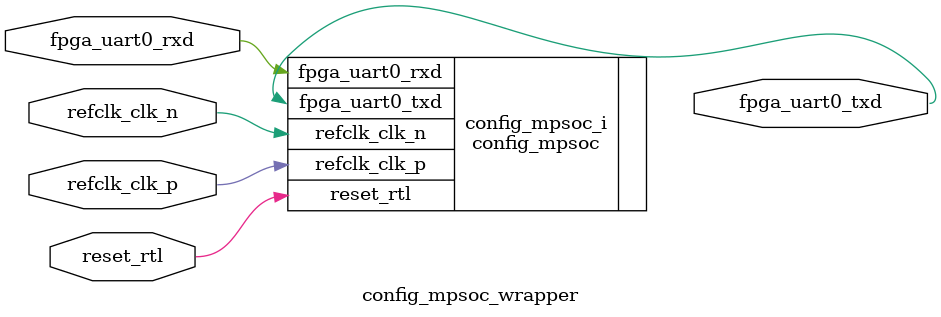
<source format=v>
`timescale 1 ps / 1 ps

module config_mpsoc_wrapper
   (fpga_uart0_rxd,
    fpga_uart0_txd,
    refclk_clk_n,
    refclk_clk_p,
    reset_rtl);
  input fpga_uart0_rxd;
  output fpga_uart0_txd;
  input refclk_clk_n;
  input refclk_clk_p;
  input reset_rtl;

  wire fpga_uart0_rxd;
  wire fpga_uart0_txd;
  wire refclk_clk_n;
  wire refclk_clk_p;
  wire reset_rtl;

  config_mpsoc config_mpsoc_i
       (.fpga_uart0_rxd(fpga_uart0_rxd),
        .fpga_uart0_txd(fpga_uart0_txd),
        .refclk_clk_n(refclk_clk_n),
        .refclk_clk_p(refclk_clk_p),
        .reset_rtl(reset_rtl));
endmodule

</source>
